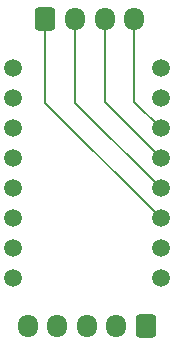
<source format=gbr>
%TF.GenerationSoftware,KiCad,Pcbnew,8.0.8-8.0.8-0~ubuntu24.04.1*%
%TF.CreationDate,2025-05-21T16:54:00-05:00*%
%TF.ProjectId,picowasabi,7069636f-7761-4736-9162-692e6b696361,rev?*%
%TF.SameCoordinates,Original*%
%TF.FileFunction,Copper,L2,Bot*%
%TF.FilePolarity,Positive*%
%FSLAX46Y46*%
G04 Gerber Fmt 4.6, Leading zero omitted, Abs format (unit mm)*
G04 Created by KiCad (PCBNEW 8.0.8-8.0.8-0~ubuntu24.04.1) date 2025-05-21 16:54:00*
%MOMM*%
%LPD*%
G01*
G04 APERTURE LIST*
G04 Aperture macros list*
%AMRoundRect*
0 Rectangle with rounded corners*
0 $1 Rounding radius*
0 $2 $3 $4 $5 $6 $7 $8 $9 X,Y pos of 4 corners*
0 Add a 4 corners polygon primitive as box body*
4,1,4,$2,$3,$4,$5,$6,$7,$8,$9,$2,$3,0*
0 Add four circle primitives for the rounded corners*
1,1,$1+$1,$2,$3*
1,1,$1+$1,$4,$5*
1,1,$1+$1,$6,$7*
1,1,$1+$1,$8,$9*
0 Add four rect primitives between the rounded corners*
20,1,$1+$1,$2,$3,$4,$5,0*
20,1,$1+$1,$4,$5,$6,$7,0*
20,1,$1+$1,$6,$7,$8,$9,0*
20,1,$1+$1,$8,$9,$2,$3,0*%
G04 Aperture macros list end*
%TA.AperFunction,ComponentPad*%
%ADD10RoundRect,0.250000X-0.600000X-0.725000X0.600000X-0.725000X0.600000X0.725000X-0.600000X0.725000X0*%
%TD*%
%TA.AperFunction,ComponentPad*%
%ADD11O,1.700000X1.950000*%
%TD*%
%TA.AperFunction,ComponentPad*%
%ADD12C,1.500000*%
%TD*%
%TA.AperFunction,ComponentPad*%
%ADD13RoundRect,0.250000X0.600000X0.725000X-0.600000X0.725000X-0.600000X-0.725000X0.600000X-0.725000X0*%
%TD*%
%TA.AperFunction,Conductor*%
%ADD14C,0.200000*%
%TD*%
G04 APERTURE END LIST*
D10*
%TO.P,J2,1,Pin_1*%
%TO.N,Net-(J2-Pin_1)*%
X128500000Y-98000000D03*
D11*
%TO.P,J2,2,Pin_2*%
%TO.N,Net-(J2-Pin_2)*%
X131000000Y-98000000D03*
%TO.P,J2,3,Pin_3*%
%TO.N,Net-(J2-Pin_3)*%
X133500000Y-98000000D03*
%TO.P,J2,4,Pin_4*%
%TO.N,Net-(J2-Pin_4)*%
X136000000Y-98000000D03*
%TD*%
D12*
%TO.P,mp6500stepper_driver1,1,vmot*%
%TO.N,Net-(J1-Pin_2)*%
X138250000Y-102150000D03*
%TO.P,mp6500stepper_driver1,2,GND*%
%TO.N,Net-(J1-Pin_1)*%
X138250000Y-104690000D03*
%TO.P,mp6500stepper_driver1,3,b2*%
%TO.N,Net-(J2-Pin_4)*%
X138250000Y-107230000D03*
%TO.P,mp6500stepper_driver1,4,b1*%
%TO.N,Net-(J2-Pin_3)*%
X138250000Y-109770000D03*
%TO.P,mp6500stepper_driver1,5,a1*%
%TO.N,Net-(J2-Pin_2)*%
X138250000Y-112310000D03*
%TO.P,mp6500stepper_driver1,6,a2*%
%TO.N,Net-(J2-Pin_1)*%
X138250000Y-114850000D03*
%TO.P,mp6500stepper_driver1,7,FLT*%
%TO.N,unconnected-(mp6500stepper_driver1-FLT-Pad7)*%
X138250000Y-117390000D03*
%TO.P,mp6500stepper_driver1,8,GND*%
%TO.N,Net-(J1-Pin_1)*%
X138250000Y-119930000D03*
%TO.P,mp6500stepper_driver1,9,EN*%
%TO.N,unconnected-(mp6500stepper_driver1-EN-Pad9)*%
X125750000Y-102150000D03*
%TO.P,mp6500stepper_driver1,10,ms1*%
%TO.N,unconnected-(mp6500stepper_driver1-ms1-Pad10)*%
X125750000Y-104690000D03*
%TO.P,mp6500stepper_driver1,11,ms2*%
%TO.N,unconnected-(mp6500stepper_driver1-ms2-Pad11)*%
X125750000Y-107230000D03*
%TO.P,mp6500stepper_driver1,12,I1*%
%TO.N,unconnected-(mp6500stepper_driver1-I1-Pad12)*%
X125750000Y-109770000D03*
%TO.P,mp6500stepper_driver1,13,I2*%
%TO.N,unconnected-(mp6500stepper_driver1-I2-Pad13)*%
X125750000Y-112310000D03*
%TO.P,mp6500stepper_driver1,14,SLP*%
%TO.N,Net-(J1-Pin_3)*%
X125750000Y-114850000D03*
%TO.P,mp6500stepper_driver1,15,STEP*%
%TO.N,Net-(J1-Pin_4)*%
X125750000Y-117390000D03*
%TO.P,mp6500stepper_driver1,16,DIR*%
%TO.N,Net-(J1-Pin_5)*%
X125750000Y-119930000D03*
%TD*%
D13*
%TO.P,J1,1,Pin_1*%
%TO.N,Net-(J1-Pin_1)*%
X137000000Y-124000000D03*
D11*
%TO.P,J1,2,Pin_2*%
%TO.N,Net-(J1-Pin_2)*%
X134500000Y-124000000D03*
%TO.P,J1,3,Pin_3*%
%TO.N,Net-(J1-Pin_3)*%
X132000000Y-124000000D03*
%TO.P,J1,4,Pin_4*%
%TO.N,Net-(J1-Pin_4)*%
X129500000Y-124000000D03*
%TO.P,J1,5,Pin_5*%
%TO.N,Net-(J1-Pin_5)*%
X127000000Y-124000000D03*
%TD*%
D14*
%TO.N,Net-(J2-Pin_4)*%
X138250000Y-107230000D02*
X136000000Y-104980000D01*
X136000000Y-104980000D02*
X136000000Y-98000000D01*
%TO.N,Net-(J2-Pin_1)*%
X128500000Y-98000000D02*
X128500000Y-105100000D01*
X128500000Y-105100000D02*
X138250000Y-114850000D01*
%TO.N,Net-(J2-Pin_3)*%
X133500000Y-105020000D02*
X138250000Y-109770000D01*
X133500000Y-98000000D02*
X133500000Y-105020000D01*
%TO.N,Net-(J2-Pin_2)*%
X138250000Y-112310000D02*
X131000000Y-105060000D01*
X131000000Y-105060000D02*
X131000000Y-98000000D01*
%TD*%
M02*

</source>
